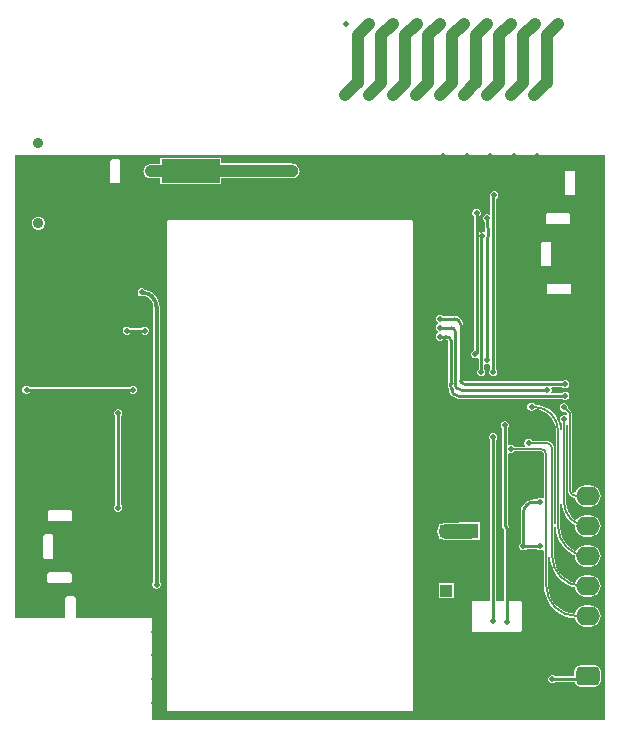
<source format=gbr>
G04*
G04 #@! TF.GenerationSoftware,Altium Limited,Altium Designer,25.8.1 (18)*
G04*
G04 Layer_Physical_Order=2*
G04 Layer_Color=16711680*
%FSLAX25Y25*%
%MOIN*%
G70*
G04*
G04 #@! TF.SameCoordinates,A86E57CF-C6E6-4710-AEDF-4A901DF70E31*
G04*
G04*
G04 #@! TF.FilePolarity,Positive*
G04*
G01*
G75*
%ADD15C,0.01000*%
%ADD21R,0.06299X0.05118*%
%ADD25R,0.19685X0.07874*%
%ADD28R,0.08661X0.04134*%
%ADD39R,0.04134X0.03937*%
%ADD43R,0.19685X0.07874*%
%ADD59C,0.03543*%
%ADD63C,0.01181*%
%ADD64C,0.00591*%
%ADD65C,0.03937*%
%ADD66C,0.05118*%
%ADD69C,0.01968*%
%ADD70C,0.03937*%
%ADD71O,0.07874X0.06299*%
G04:AMPARAMS|DCode=72|XSize=62.99mil|YSize=78.74mil|CornerRadius=15.75mil|HoleSize=0mil|Usage=FLASHONLY|Rotation=90.000|XOffset=0mil|YOffset=0mil|HoleType=Round|Shape=RoundedRectangle|*
%AMROUNDEDRECTD72*
21,1,0.06299,0.04724,0,0,90.0*
21,1,0.03150,0.07874,0,0,90.0*
1,1,0.03150,0.02362,0.01575*
1,1,0.03150,0.02362,-0.01575*
1,1,0.03150,-0.02362,-0.01575*
1,1,0.03150,-0.02362,0.01575*
%
%ADD72ROUNDEDRECTD72*%
G36*
X196850D02*
X45702D01*
Y33858D01*
X45577Y34160D01*
X45276Y34284D01*
X20281D01*
Y40897D01*
X20125Y41273D01*
X19748Y41429D01*
X17386D01*
X17010Y41273D01*
X16854Y40897D01*
Y34284D01*
X0D01*
Y188550D01*
X196850D01*
Y0D01*
D02*
G37*
%LPC*%
G36*
X68886Y187620D02*
X48414D01*
Y185479D01*
X45276D01*
X45043Y185433D01*
X44806D01*
X44587Y185342D01*
X44354Y185296D01*
X44157Y185164D01*
X43938Y185073D01*
X43770Y184906D01*
X43573Y184774D01*
X43441Y184577D01*
X43273Y184409D01*
X43182Y184190D01*
X43050Y183993D01*
X43004Y183760D01*
X42913Y183541D01*
Y183303D01*
X42867Y183071D01*
X42913Y182838D01*
Y182601D01*
X43004Y182382D01*
X43050Y182149D01*
X43182Y181952D01*
X43273Y181733D01*
X43441Y181565D01*
X43573Y181368D01*
X43770Y181236D01*
X43938Y181068D01*
X44157Y180977D01*
X44354Y180846D01*
X44587Y180799D01*
X44806Y180709D01*
X45043D01*
X45276Y180662D01*
X48414D01*
Y178959D01*
X68886D01*
Y180881D01*
X91545D01*
X91598Y180846D01*
X91792Y180807D01*
X91792Y180807D01*
X91834Y180798D01*
X92050Y180709D01*
X92301Y180696D01*
X92520Y180662D01*
X92751Y180708D01*
X92820Y180709D01*
X92990D01*
X93209Y180799D01*
X93441Y180846D01*
X93639Y180977D01*
X93858Y181068D01*
X94025Y181236D01*
X94223Y181368D01*
X94354Y181565D01*
X94522Y181733D01*
X94613Y181952D01*
X94745Y182149D01*
X94791Y182382D01*
X94856Y182539D01*
X94882Y182601D01*
X94928Y183071D01*
X94904D01*
X94882Y183240D01*
Y183541D01*
X94824Y183681D01*
X94815Y183745D01*
X94555Y184372D01*
X94142Y184911D01*
X93603Y185325D01*
X93349Y185430D01*
X93223Y185514D01*
X93074Y185544D01*
X92975Y185585D01*
X92658Y185627D01*
X92301Y185698D01*
X68886D01*
Y187620D01*
D02*
G37*
G36*
X34646Y187040D02*
X32283D01*
X31982Y186916D01*
X31857Y186614D01*
Y179528D01*
X31982Y179226D01*
X32283Y179101D01*
X34646D01*
X34947Y179226D01*
X35072Y179528D01*
Y186614D01*
X34947Y186916D01*
X34646Y187040D01*
D02*
G37*
G36*
X186221Y183210D02*
X183858D01*
X183482Y183054D01*
X183326Y182677D01*
Y175591D01*
X183482Y175214D01*
X183858Y175058D01*
X186221D01*
X186597Y175214D01*
X186753Y175591D01*
Y182677D01*
X186597Y183054D01*
X186221Y183210D01*
D02*
G37*
G36*
X160117Y176476D02*
X159568D01*
X159062Y176267D01*
X158674Y175879D01*
X158465Y175373D01*
Y174824D01*
X158538Y174648D01*
Y168934D01*
X157986Y168605D01*
X157754Y168701D01*
X157206D01*
X156700Y168491D01*
X156312Y168103D01*
X156102Y167597D01*
Y167049D01*
X156312Y166542D01*
X156623Y166231D01*
X156786Y163042D01*
X156253Y162666D01*
X156180Y162697D01*
X155631D01*
X155399Y162601D01*
X154848Y162931D01*
Y168155D01*
X155105Y168412D01*
X155315Y168919D01*
Y169467D01*
X155105Y169974D01*
X154718Y170361D01*
X154211Y170571D01*
X153663D01*
X153156Y170361D01*
X152769Y169974D01*
X152559Y169467D01*
Y168919D01*
X152769Y168412D01*
X153026Y168155D01*
Y123324D01*
X152763Y123215D01*
X152375Y122828D01*
X152165Y122321D01*
Y121773D01*
X152375Y121267D01*
X152763Y120879D01*
X153269Y120669D01*
X153817D01*
X154049Y120765D01*
X154601Y120436D01*
Y117179D01*
X154344Y116922D01*
X154134Y116416D01*
Y115868D01*
X154344Y115361D01*
X154731Y114974D01*
X155238Y114764D01*
X155786D01*
X156292Y114974D01*
X156680Y115361D01*
X156890Y115868D01*
Y116416D01*
X156680Y116922D01*
X156423Y117179D01*
Y118467D01*
X156974Y118797D01*
X157206Y118701D01*
X157754D01*
X157986Y118797D01*
X158538Y118467D01*
Y117179D01*
X158281Y116922D01*
X158071Y116416D01*
Y115868D01*
X158281Y115361D01*
X158668Y114974D01*
X159175Y114764D01*
X159723D01*
X160229Y114974D01*
X160617Y115361D01*
X160827Y115868D01*
Y116416D01*
X160617Y116922D01*
X160360Y117179D01*
Y173821D01*
X160623Y173930D01*
X161011Y174318D01*
X161221Y174824D01*
Y175373D01*
X161011Y175879D01*
X160623Y176267D01*
X160117Y176476D01*
D02*
G37*
G36*
X184646Y169037D02*
X177559D01*
X177182Y168881D01*
X177026Y168504D01*
Y166142D01*
X177182Y165765D01*
X177559Y165609D01*
X184646D01*
X185022Y165765D01*
X185178Y166142D01*
Y168504D01*
X185022Y168881D01*
X184646Y169037D01*
D02*
G37*
G36*
X8305Y167913D02*
X7443D01*
X6647Y167584D01*
X6038Y166975D01*
X5709Y166179D01*
Y165317D01*
X6038Y164522D01*
X6647Y163912D01*
X7443Y163583D01*
X8305D01*
X9101Y163912D01*
X9710Y164522D01*
X10039Y165317D01*
Y166179D01*
X9710Y166975D01*
X9101Y167584D01*
X8305Y167913D01*
D02*
G37*
G36*
X178347Y159588D02*
X175984D01*
X175608Y159432D01*
X175452Y159055D01*
Y151969D01*
X175608Y151592D01*
X175984Y151436D01*
X178347D01*
X178723Y151592D01*
X178879Y151969D01*
Y159055D01*
X178723Y159432D01*
X178347Y159588D01*
D02*
G37*
G36*
X185039Y145513D02*
X177953D01*
X177576Y145357D01*
X177420Y144981D01*
Y142618D01*
X177576Y142242D01*
X177953Y142086D01*
X185039D01*
X185416Y142242D01*
X185572Y142618D01*
Y144981D01*
X185416Y145357D01*
X185039Y145513D01*
D02*
G37*
G36*
X43581Y131299D02*
X43033D01*
X42527Y131089D01*
X42270Y130833D01*
X38439D01*
X38182Y131089D01*
X37676Y131299D01*
X37128D01*
X36621Y131089D01*
X36233Y130702D01*
X36024Y130195D01*
Y129647D01*
X36233Y129141D01*
X36621Y128753D01*
X37128Y128543D01*
X37676D01*
X38182Y128753D01*
X38439Y129010D01*
X42270D01*
X42527Y128753D01*
X43033Y128543D01*
X43581D01*
X44088Y128753D01*
X44475Y129141D01*
X44685Y129647D01*
Y130195D01*
X44475Y130702D01*
X44088Y131089D01*
X43581Y131299D01*
D02*
G37*
G36*
X39644Y111614D02*
X39096D01*
X38590Y111404D01*
X38333Y111147D01*
X4975D01*
X4718Y111404D01*
X4211Y111614D01*
X3663D01*
X3156Y111404D01*
X2769Y111017D01*
X2559Y110510D01*
Y109962D01*
X2769Y109456D01*
X3156Y109068D01*
X3663Y108858D01*
X4211D01*
X4718Y109068D01*
X4975Y109325D01*
X38333D01*
X38590Y109068D01*
X39096Y108858D01*
X39644D01*
X40151Y109068D01*
X40538Y109456D01*
X40748Y109962D01*
Y110510D01*
X40538Y111017D01*
X40151Y111404D01*
X39644Y111614D01*
D02*
G37*
G36*
X142006Y135236D02*
X141458D01*
X140952Y135026D01*
X140564Y134639D01*
X140354Y134132D01*
Y133584D01*
X140564Y133078D01*
X140952Y132690D01*
X140976Y132680D01*
Y132084D01*
X140952Y132074D01*
X140564Y131686D01*
X140354Y131180D01*
Y130631D01*
X140564Y130125D01*
X140952Y129737D01*
X140976Y129727D01*
Y129131D01*
X140952Y129121D01*
X140564Y128733D01*
X140354Y128227D01*
Y127679D01*
X140564Y127172D01*
X140952Y126785D01*
X141458Y126575D01*
X142006D01*
X142513Y126785D01*
X142770Y127042D01*
X143701D01*
Y127029D01*
X144101Y126950D01*
X144294Y126820D01*
X144349Y126286D01*
Y112205D01*
X144329D01*
X144476Y111094D01*
X144547Y110922D01*
X144547Y110917D01*
X144592Y110776D01*
X144723Y110253D01*
X144730Y110236D01*
X144750Y110236D01*
X144852Y109463D01*
X145150Y108743D01*
X145625Y108125D01*
X146243Y107650D01*
X146963Y107352D01*
X147736Y107250D01*
Y107258D01*
X182427D01*
X182684Y107001D01*
X183191Y106791D01*
X183739D01*
X184245Y107001D01*
X184633Y107389D01*
X184843Y107895D01*
Y108443D01*
X184633Y108950D01*
X184245Y109337D01*
X183739Y109547D01*
X183191D01*
X182684Y109337D01*
X182427Y109081D01*
X179171D01*
X178841Y109632D01*
X178937Y109864D01*
Y110412D01*
X178800Y110742D01*
X179072Y111293D01*
X182329D01*
X182684Y110938D01*
X183191Y110728D01*
X183739D01*
X184245Y110938D01*
X184633Y111326D01*
X184843Y111832D01*
Y112380D01*
X184633Y112887D01*
X184245Y113275D01*
X183739Y113484D01*
X183191D01*
X182684Y113275D01*
X182526Y113116D01*
X149606D01*
Y113145D01*
X149575Y113158D01*
X149562Y113189D01*
X149533D01*
Y131890D01*
X149540D01*
X149442Y132637D01*
X149154Y133333D01*
X148695Y133931D01*
X148097Y134390D01*
X147401Y134678D01*
X146653Y134777D01*
Y134769D01*
X142770D01*
X142513Y135026D01*
X142006Y135236D01*
D02*
G37*
G36*
X34723Y103740D02*
X34175D01*
X33668Y103530D01*
X33281Y103143D01*
X33071Y102636D01*
Y102088D01*
X33281Y101582D01*
X33538Y101325D01*
Y71904D01*
X33281Y71647D01*
X33071Y71140D01*
Y70592D01*
X33281Y70086D01*
X33668Y69698D01*
X34175Y69488D01*
X34723D01*
X35229Y69698D01*
X35617Y70086D01*
X35827Y70592D01*
Y71140D01*
X35617Y71647D01*
X35360Y71904D01*
Y101325D01*
X35617Y101582D01*
X35827Y102088D01*
Y102636D01*
X35617Y103143D01*
X35229Y103530D01*
X34723Y103740D01*
D02*
G37*
G36*
X18628Y70011D02*
X11541D01*
X11165Y69855D01*
X11009Y69479D01*
Y67116D01*
X11165Y66740D01*
X11541Y66584D01*
X18628D01*
X19005Y66740D01*
X19161Y67116D01*
Y69479D01*
X19005Y69855D01*
X18628Y70011D01*
D02*
G37*
G36*
X172518Y105905D02*
X171970D01*
X171464Y105696D01*
X171076Y105308D01*
X170866Y104802D01*
Y104253D01*
X171076Y103747D01*
X171464Y103359D01*
X171970Y103150D01*
X172518D01*
X173025Y103359D01*
X173412Y103747D01*
X173428Y103785D01*
X174469Y103682D01*
X175851Y103263D01*
X177125Y102582D01*
X178241Y101666D01*
X179157Y100550D01*
X179838Y99276D01*
X180257Y97894D01*
X180399Y96457D01*
X180400D01*
Y65195D01*
X180387Y65183D01*
X179836Y65417D01*
Y90551D01*
X179846D01*
X179754Y91245D01*
X179487Y91891D01*
X179061Y92447D01*
X178506Y92873D01*
X177859Y93140D01*
X177165Y93232D01*
Y93222D01*
X172460D01*
X172428Y93300D01*
X172040Y93688D01*
X171534Y93898D01*
X170986D01*
X170479Y93688D01*
X170092Y93300D01*
X169882Y92794D01*
Y92246D01*
X170064Y91805D01*
X169954Y91513D01*
X169798Y91254D01*
X166555D01*
X166523Y91332D01*
X166135Y91719D01*
X165628Y91929D01*
X165080D01*
X164848Y91833D01*
X164297Y92163D01*
Y97388D01*
X164554Y97645D01*
X164764Y98151D01*
Y98699D01*
X164554Y99206D01*
X164166Y99593D01*
X163660Y99803D01*
X163112D01*
X162605Y99593D01*
X162218Y99206D01*
X162008Y98699D01*
Y98151D01*
X162218Y97645D01*
X162475Y97388D01*
Y64885D01*
X162544Y64537D01*
X162741Y64241D01*
X163057Y63925D01*
Y39943D01*
X160320D01*
Y93410D01*
X160617Y93708D01*
X160827Y94214D01*
Y94762D01*
X160617Y95269D01*
X160229Y95656D01*
X159723Y95866D01*
X159175D01*
X158668Y95656D01*
X158281Y95269D01*
X158071Y94762D01*
Y94214D01*
X158281Y93708D01*
X158498Y93491D01*
Y39943D01*
X152769D01*
X152467Y39818D01*
X152342Y39516D01*
Y30016D01*
X152467Y29715D01*
X152769Y29590D01*
X168569D01*
X168870Y29715D01*
X168995Y30016D01*
Y39516D01*
X168870Y39818D01*
X168569Y39943D01*
X164880D01*
Y64303D01*
X164810Y64651D01*
X164613Y64947D01*
X164297Y65263D01*
Y88940D01*
X164848Y89269D01*
X165080Y89173D01*
X165628D01*
X166135Y89383D01*
X166523Y89771D01*
X166555Y89849D01*
X175197D01*
Y89836D01*
X175677Y89741D01*
X176083Y89469D01*
X176355Y89062D01*
X176451Y88583D01*
X176463D01*
Y74297D01*
X176204Y74140D01*
X175912Y74030D01*
X175471Y74213D01*
X174923D01*
X174416Y74003D01*
X174159Y73746D01*
X173228D01*
Y73768D01*
X172033Y73611D01*
X170919Y73149D01*
X169962Y72415D01*
X169228Y71458D01*
X168767Y70344D01*
X168609Y69149D01*
X168631D01*
Y59108D01*
X168374Y58851D01*
X168165Y58345D01*
Y57797D01*
X168374Y57290D01*
X168762Y56903D01*
X169268Y56693D01*
X169817D01*
X170323Y56903D01*
X170580Y57160D01*
X174159D01*
X174416Y56903D01*
X174923Y56693D01*
X175471D01*
X175912Y56875D01*
X176204Y56766D01*
X176463Y56609D01*
Y44803D01*
X176443D01*
X176575Y43126D01*
X176968Y41490D01*
X177612Y39935D01*
X178491Y38501D01*
X179584Y37222D01*
X180863Y36129D01*
X182298Y35250D01*
X183852Y34606D01*
X185488Y34213D01*
X186674Y34120D01*
X186705Y33878D01*
X187062Y33016D01*
X187630Y32276D01*
X188371Y31708D01*
X189233Y31351D01*
X190157Y31229D01*
X191732D01*
X192657Y31351D01*
X193519Y31708D01*
X194259Y32276D01*
X194827Y33016D01*
X195184Y33878D01*
X195306Y34803D01*
X195184Y35728D01*
X194827Y36590D01*
X194259Y37330D01*
X193519Y37898D01*
X192657Y38255D01*
X191732Y38377D01*
X190157D01*
X189233Y38255D01*
X188371Y37898D01*
X187630Y37330D01*
X187062Y36590D01*
X186705Y35728D01*
X186681Y35545D01*
X185350Y35676D01*
X183604Y36206D01*
X181995Y37066D01*
X180585Y38223D01*
X179428Y39633D01*
X178568Y41242D01*
X178038Y42988D01*
X177862Y44775D01*
X177868Y44803D01*
Y54457D01*
X178184Y54703D01*
X178332Y54709D01*
X178448Y54316D01*
X178454Y54262D01*
X178455Y54260D01*
X178544Y53126D01*
X178937Y51490D01*
X179580Y49935D01*
X180460Y48501D01*
X181552Y47221D01*
X182832Y46129D01*
X184266Y45250D01*
X185821Y44606D01*
X186635Y44410D01*
X186705Y43878D01*
X187062Y43016D01*
X187630Y42276D01*
X188371Y41708D01*
X189233Y41351D01*
X190157Y41229D01*
X191732D01*
X192657Y41351D01*
X193519Y41708D01*
X194259Y42276D01*
X194827Y43016D01*
X195184Y43878D01*
X195306Y44803D01*
X195184Y45728D01*
X194827Y46590D01*
X194259Y47330D01*
X193519Y47898D01*
X192657Y48255D01*
X191732Y48377D01*
X190157D01*
X189233Y48255D01*
X188371Y47898D01*
X187630Y47330D01*
X187062Y46590D01*
X186755Y45847D01*
X185573Y46206D01*
X183964Y47066D01*
X182554Y48223D01*
X181396Y49633D01*
X180536Y51242D01*
X180007Y52988D01*
X179831Y54775D01*
X179836Y54803D01*
Y64539D01*
X179836D01*
X179836Y64112D01*
X179846Y64539D01*
X180387Y64561D01*
X180423Y64104D01*
X180511Y62993D01*
X180898Y61381D01*
X181532Y59850D01*
X182398Y58436D01*
X183475Y57176D01*
X184736Y56099D01*
X186149Y55233D01*
X186615Y55040D01*
X186584Y54803D01*
X186705Y53878D01*
X187062Y53016D01*
X187630Y52276D01*
X188371Y51708D01*
X189233Y51351D01*
X190157Y51229D01*
X191732D01*
X192657Y51351D01*
X193519Y51708D01*
X194259Y52276D01*
X194827Y53016D01*
X195184Y53878D01*
X195306Y54803D01*
X195184Y55728D01*
X194827Y56590D01*
X194259Y57330D01*
X193519Y57898D01*
X192657Y58255D01*
X191732Y58377D01*
X190157D01*
X189233Y58255D01*
X188371Y57898D01*
X187630Y57330D01*
X187062Y56590D01*
X186848Y56513D01*
X185863Y57040D01*
X184476Y58177D01*
X183339Y59563D01*
X182494Y61145D01*
X181973Y62861D01*
X181800Y64620D01*
X181805Y64646D01*
Y72162D01*
X181834Y72194D01*
X182023Y72184D01*
X182407Y72005D01*
X182506Y70999D01*
X182995Y69384D01*
X183791Y67897D01*
X184861Y66593D01*
X186164Y65523D01*
X186645Y65266D01*
X186584Y64803D01*
X186705Y63878D01*
X187062Y63016D01*
X187630Y62276D01*
X188371Y61708D01*
X189233Y61351D01*
X190157Y61229D01*
X191732D01*
X192657Y61351D01*
X193519Y61708D01*
X194259Y62276D01*
X194827Y63016D01*
X195184Y63878D01*
X195306Y64803D01*
X195184Y65728D01*
X194827Y66590D01*
X194259Y67330D01*
X193519Y67898D01*
X192657Y68255D01*
X191732Y68377D01*
X190157D01*
X189233Y68255D01*
X188371Y67898D01*
X187630Y67330D01*
X187383Y67008D01*
X186661Y66963D01*
X185875Y67607D01*
X184984Y68694D01*
X184321Y69933D01*
X183913Y71278D01*
X183775Y72677D01*
X183773D01*
Y98614D01*
X183786Y98633D01*
X183826Y98642D01*
X184337Y98320D01*
Y76772D01*
X184327D01*
X184419Y76078D01*
X184687Y75431D01*
X185113Y74876D01*
X185668Y74450D01*
X186314Y74183D01*
X186671Y74136D01*
X186705Y73878D01*
X187062Y73016D01*
X187630Y72276D01*
X188371Y71708D01*
X189233Y71351D01*
X190157Y71229D01*
X191732D01*
X192657Y71351D01*
X193519Y71708D01*
X194259Y72276D01*
X194827Y73016D01*
X195184Y73878D01*
X195306Y74803D01*
X195184Y75728D01*
X194827Y76590D01*
X194259Y77330D01*
X193519Y77898D01*
X192657Y78255D01*
X191732Y78377D01*
X190157D01*
X189233Y78255D01*
X188371Y77898D01*
X187630Y77330D01*
X187062Y76590D01*
X186843Y76059D01*
X186206Y75839D01*
X186184Y75843D01*
X186121Y75885D01*
X185850Y76292D01*
X185754Y76772D01*
X185742D01*
Y102362D01*
X185688Y102631D01*
X185536Y102859D01*
X184416Y103979D01*
X184449Y104057D01*
Y104605D01*
X184239Y105111D01*
X183851Y105499D01*
X183345Y105709D01*
X182797D01*
X182290Y105499D01*
X181903Y105111D01*
X181693Y104605D01*
Y104057D01*
X181903Y103550D01*
X182290Y103163D01*
X182797Y102953D01*
X183345D01*
X183423Y102985D01*
X184077Y102331D01*
X184077Y102017D01*
X183827Y101818D01*
X183477Y101717D01*
X183345Y101772D01*
X182797D01*
X182290Y101562D01*
X181903Y101174D01*
X181693Y100668D01*
Y100120D01*
X181903Y99613D01*
X182290Y99225D01*
X182368Y99193D01*
Y96970D01*
X182340Y96938D01*
X182144Y96949D01*
X181768Y97127D01*
X181665Y98174D01*
X181164Y99825D01*
X180350Y101347D01*
X179256Y102681D01*
X177922Y103776D01*
X176400Y104589D01*
X174749Y105090D01*
X173450Y105218D01*
X173412Y105308D01*
X173025Y105696D01*
X172518Y105905D01*
D02*
G37*
G36*
X155118Y66142D02*
X148032D01*
Y65970D01*
X143799D01*
X143028Y65869D01*
X142310Y65571D01*
X142027Y65354D01*
X141339D01*
Y64636D01*
X141220Y64481D01*
X140922Y63763D01*
X140821Y62992D01*
X140922Y62221D01*
X141220Y61503D01*
X141339Y61348D01*
Y60630D01*
X142027D01*
X142310Y60413D01*
X143028Y60115D01*
X143799Y60014D01*
X151378D01*
X152149Y60115D01*
X152441Y60236D01*
X155118D01*
Y66142D01*
D02*
G37*
G36*
X12348Y62029D02*
X9986D01*
X9610Y61874D01*
X9454Y61497D01*
Y54410D01*
X9610Y54034D01*
X9986Y53878D01*
X12348D01*
X12725Y54034D01*
X12881Y54410D01*
Y61497D01*
X12725Y61874D01*
X12348Y62029D01*
D02*
G37*
G36*
X18511Y49367D02*
X11424D01*
X11047Y49211D01*
X10891Y48835D01*
Y46472D01*
X11047Y46096D01*
X11424Y45940D01*
X18511D01*
X18887Y46096D01*
X19043Y46472D01*
Y48835D01*
X18887Y49211D01*
X18511Y49367D01*
D02*
G37*
G36*
X42597Y144095D02*
X42049D01*
X41542Y143885D01*
X41155Y143497D01*
X40945Y142991D01*
Y142443D01*
X41155Y141936D01*
X41542Y141548D01*
X42049Y141339D01*
X42597D01*
X43103Y141548D01*
X43161Y141605D01*
X43338Y141582D01*
X44283Y141191D01*
X45095Y140568D01*
X45718Y139756D01*
X46110Y138810D01*
X46242Y137804D01*
X46241Y137795D01*
Y46221D01*
X46076Y46056D01*
X45866Y45550D01*
Y45002D01*
X46076Y44495D01*
X46464Y44107D01*
X46970Y43898D01*
X47518D01*
X48025Y44107D01*
X48412Y44495D01*
X48622Y45002D01*
Y45550D01*
X48412Y46056D01*
X48248Y46221D01*
Y137795D01*
X48257D01*
X48143Y138953D01*
X47805Y140066D01*
X47257Y141092D01*
X46519Y141991D01*
X45620Y142729D01*
X44594Y143278D01*
X43481Y143615D01*
X43361Y143627D01*
X43103Y143885D01*
X42597Y144095D01*
D02*
G37*
G36*
X146260Y45669D02*
X141339D01*
Y40945D01*
X146260D01*
Y45669D01*
D02*
G37*
G36*
X193307Y18385D02*
X188583D01*
X187815Y18232D01*
X187163Y17797D01*
X186728Y17146D01*
X186576Y16378D01*
Y14691D01*
X180171D01*
X179914Y14948D01*
X179408Y15157D01*
X178860D01*
X178353Y14948D01*
X177966Y14560D01*
X177756Y14054D01*
Y13505D01*
X177966Y12999D01*
X178353Y12611D01*
X178860Y12402D01*
X179408D01*
X179914Y12611D01*
X180171Y12868D01*
X186647D01*
X186728Y12460D01*
X187163Y11809D01*
X187815Y11374D01*
X188583Y11221D01*
X193307D01*
X194075Y11374D01*
X194726Y11809D01*
X195161Y12460D01*
X195314Y13228D01*
Y16378D01*
X195161Y17146D01*
X194726Y17797D01*
X194075Y18232D01*
X193307Y18385D01*
D02*
G37*
G36*
X132433Y166765D02*
X51181D01*
X50880Y166640D01*
X50755Y166339D01*
Y3543D01*
X50880Y3242D01*
X51181Y3117D01*
X132433D01*
X132734Y3242D01*
X132859Y3543D01*
Y166339D01*
X132734Y166640D01*
X132433Y166765D01*
D02*
G37*
%LPD*%
D15*
X159843Y175098D02*
G03*
X159449Y174705I0J-394D01*
G01*
X157480Y167323D02*
G03*
X157481Y167319I991J46D01*
G01*
X157584Y160477D02*
G03*
X157781Y161422I-1679J841D01*
G01*
X157584Y160477D02*
G03*
X157480Y160038I896J-444D01*
G01*
X155905Y161319D02*
G03*
X155512Y160925I0J-394D01*
G01*
X153543Y122047D02*
G03*
X153937Y122441I0J394D01*
G01*
X146653Y129921D02*
G03*
X145669Y130905I-984J0D01*
G01*
X177559Y110138D02*
G03*
X177461Y110236I-98J0D01*
G01*
X146653Y112205D02*
G03*
X148622Y110236I1969J0D01*
G01*
Y131890D02*
G03*
X146653Y133858I-1969J0D01*
G01*
X183465Y112106D02*
G03*
X183366Y112205I-98J0D01*
G01*
X148622Y113189D02*
G03*
X149606Y112205I984J0D01*
G01*
X144840Y127589D02*
G03*
X143701Y127953I-1140J-1605D01*
G01*
X145260Y126780D02*
G03*
X144840Y127589I-1000J-5D01*
G01*
X145260Y112205D02*
G03*
X145416Y111192I3362J0D01*
G01*
X145669Y110236D02*
G03*
X145623Y110538I-1000J0D01*
G01*
X145669Y110236D02*
G03*
X147736Y108169I2067J0D01*
G01*
X189921Y13780D02*
G03*
X190945Y14803I0J1024D01*
G01*
X173228Y72835D02*
G03*
X169543Y69149I0J-3686D01*
G01*
X155512Y116142D02*
Y160925D01*
X159449Y116142D02*
Y174705D01*
X157480Y167323D02*
Y167323D01*
X157481Y167319D02*
X157781Y161422D01*
X157480Y120079D02*
Y160038D01*
X153937Y122441D02*
Y169193D01*
X37402Y129921D02*
X43307D01*
X141732Y130905D02*
X145669D01*
X148622Y110236D02*
X177461D01*
X146653Y112205D02*
Y129921D01*
X34449Y70866D02*
Y102362D01*
X141732Y133858D02*
X146653D01*
X148622Y113189D02*
Y131890D01*
X149606Y112205D02*
X183366D01*
X141732Y127953D02*
X143701D01*
X145260Y112205D02*
Y126780D01*
X145416Y111192D02*
X145623Y110538D01*
X147736Y108169D02*
X183465D01*
X179134Y13780D02*
X189921D01*
X163386Y64885D02*
X163969Y64303D01*
Y32917D02*
Y64303D01*
X163386Y64885D02*
Y98425D01*
X3937Y110236D02*
X39370D01*
X169543Y58071D02*
X175197D01*
X169543D02*
Y69149D01*
X173228Y72835D02*
X175197D01*
X159409Y94448D02*
X159449Y94488D01*
X159409Y33057D02*
Y94448D01*
X159369Y33016D02*
X159409Y33057D01*
D21*
X151575Y70669D02*
D03*
Y63189D02*
D03*
D25*
X126390Y182852D02*
D03*
D28*
X137795Y49114D02*
D03*
Y37500D02*
D03*
Y57185D02*
D03*
Y68799D02*
D03*
Y17815D02*
D03*
Y29429D02*
D03*
D39*
X143799Y43307D02*
D03*
Y23622D02*
D03*
Y62992D02*
D03*
D43*
X58650Y183289D02*
D03*
D59*
X7874Y165748D02*
D03*
Y192520D02*
D03*
D63*
X47244Y137795D02*
G03*
X42323Y142717I-4921J0D01*
G01*
X47244Y45276D02*
Y137795D01*
D64*
X185039Y76772D02*
G03*
X187008Y74803I1969J0D01*
G01*
X183071Y72677D02*
G03*
X190945Y64803I7874J0D01*
G01*
X179134Y54803D02*
G03*
X189134Y44803I10000J0D01*
G01*
X179134Y90551D02*
G03*
X177165Y92520I-1969J0D01*
G01*
X181102Y64646D02*
G03*
X190945Y54803I9843J0D01*
G01*
X181102Y96457D02*
G03*
X173031Y104528I-8071J0D01*
G01*
X177165Y44803D02*
G03*
X187165Y34803I10000J0D01*
G01*
X177165Y88583D02*
G03*
X175197Y90551I-1969J0D01*
G01*
X183071Y104331D02*
X185039Y102362D01*
X187008Y74803D02*
X190945D01*
X185039Y76772D02*
Y102362D01*
X183071Y72677D02*
Y100394D01*
X189134Y44803D02*
X190945D01*
X171260Y92520D02*
X177165D01*
X179134Y54803D02*
Y90551D01*
X181102Y64646D02*
Y96457D01*
X172244Y104528D02*
X173031D01*
X187165Y34803D02*
X190945D01*
X177165Y44803D02*
Y88583D01*
X165354Y90551D02*
X175197D01*
X151378Y62992D02*
X151575Y63189D01*
D65*
X58431Y183071D02*
G03*
X58650Y183289I0J219D01*
G01*
X92520Y183071D02*
G03*
X92301Y183289I-219J0D01*
G01*
X173228Y208571D02*
X177165Y212508D01*
X177260Y212602D02*
Y228346D01*
X181197Y232283D01*
X165354Y208571D02*
X169291Y212508D01*
X169386Y212602D02*
Y228346D01*
X173323Y232283D01*
X161512Y212602D02*
Y228346D01*
X157480Y208571D02*
X161417Y212508D01*
X161512Y228346D02*
X165449Y232283D01*
X149606Y208571D02*
X153543Y212508D01*
X153638Y212602D02*
Y228346D01*
X157575Y232283D01*
X141732Y208571D02*
X145669Y212508D01*
X145764Y212602D02*
Y228346D01*
X149701Y232283D01*
X133858Y208571D02*
X137795Y212508D01*
X137890Y212602D02*
Y228346D01*
X141827Y232283D01*
X125984Y208571D02*
X129921Y212508D01*
X130016Y212602D02*
Y228346D01*
X133953Y232283D01*
X118110Y208571D02*
X122047Y212508D01*
X122142Y212602D02*
Y228346D01*
X110236Y208571D02*
X114173Y212508D01*
X114268Y212602D02*
Y228346D01*
X118205Y232283D01*
X122142Y228346D02*
X126079Y232283D01*
X45276Y183071D02*
X58431D01*
X58650Y183289D02*
X92301D01*
D66*
X143799Y62992D02*
X151378D01*
D69*
X155512Y116142D02*
D03*
X167323Y49213D02*
D03*
X186024Y27559D02*
D03*
X137795Y74803D02*
D03*
X46260Y29528D02*
D03*
Y21654D02*
D03*
Y13780D02*
D03*
Y5906D02*
D03*
X43307Y35433D02*
D03*
X35433D02*
D03*
X27559D02*
D03*
X174213Y187992D02*
D03*
X166339D02*
D03*
X158465D02*
D03*
X150591D02*
D03*
X142717D02*
D03*
X175197Y181271D02*
D03*
Y174522D02*
D03*
Y167773D02*
D03*
Y161024D02*
D03*
X159449Y116142D02*
D03*
X37402Y129921D02*
D03*
X43307D02*
D03*
X177559Y110138D02*
D03*
X141732Y130905D02*
D03*
X34449Y70866D02*
D03*
Y102362D02*
D03*
X183465Y112106D02*
D03*
X141732Y133858D02*
D03*
X153543Y122047D02*
D03*
X42323Y142717D02*
D03*
X110331Y208661D02*
D03*
Y232283D02*
D03*
X118205Y208661D02*
D03*
Y232283D02*
D03*
X126079Y208661D02*
D03*
Y232283D02*
D03*
X133953Y208661D02*
D03*
Y232283D02*
D03*
X141827Y208661D02*
D03*
Y232283D02*
D03*
X149701Y208661D02*
D03*
Y232283D02*
D03*
X157575Y208661D02*
D03*
Y232283D02*
D03*
X165449Y208661D02*
D03*
Y232283D02*
D03*
X173323D02*
D03*
Y208661D02*
D03*
X181197Y232283D02*
D03*
X47244Y45276D02*
D03*
X183071Y104331D02*
D03*
X163969Y32917D02*
D03*
X163386Y98425D02*
D03*
X183465Y108169D02*
D03*
X141732Y127953D02*
D03*
X3937Y110236D02*
D03*
X39370D02*
D03*
X157480Y120079D02*
D03*
Y167323D02*
D03*
X183071Y100394D02*
D03*
X175197Y58071D02*
D03*
X169543D02*
D03*
X175197Y72835D02*
D03*
X179134Y13780D02*
D03*
X155905Y161319D02*
D03*
X159369Y33016D02*
D03*
X159449Y94488D02*
D03*
X153937Y169193D02*
D03*
X171260Y92520D02*
D03*
X159843Y175098D02*
D03*
X172244Y104528D02*
D03*
X165354Y90551D02*
D03*
D70*
X92520Y183071D02*
D03*
X45276D02*
D03*
D71*
X190945Y84803D02*
D03*
Y24803D02*
D03*
Y74803D02*
D03*
Y64803D02*
D03*
Y44803D02*
D03*
Y54803D02*
D03*
Y34803D02*
D03*
D72*
Y14803D02*
D03*
M02*

</source>
